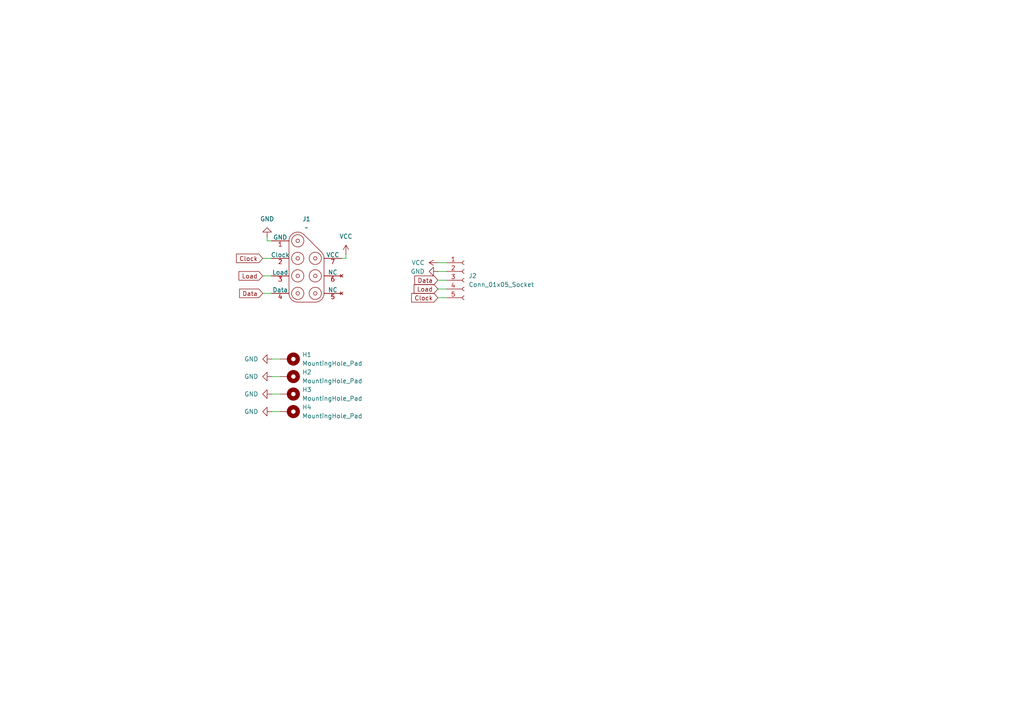
<source format=kicad_sch>
(kicad_sch (version 20231120) (generator "eeschema") (generator_version "8.0")
  (paper "A4")
  (lib_symbols
    (symbol "Connector:Conn_01x05_Socket" (pin_names (offset 1.016) hide)
      (property "Reference" "J" (at 0 7.62 0))
      (property "Value" "Conn_01x05_Socket" (at 0 -7.62 0))
      (symbol "Conn_01x05_Socket_1_1"
        (arc (start 0 -4.572) (mid -0.5058 -5.08) (end 0 -5.588) (stroke (width 0.1524)))
        (arc (start 0 -2.032) (mid -0.5058 -2.54) (end 0 -3.048) (stroke (width 0.1524)))
        (polyline (pts (xy -1.27 -5.08) (xy -0.508 -5.08)) (stroke (width 0.1524)))
        (polyline (pts (xy -1.27 -2.54) (xy -0.508 -2.54)) (stroke (width 0.1524)))
        (polyline (pts (xy -1.27 0) (xy -0.508 0)) (stroke (width 0.1524)))
        (polyline (pts (xy -1.27 2.54) (xy -0.508 2.54)) (stroke (width 0.1524)))
        (polyline (pts (xy -1.27 5.08) (xy -0.508 5.08)) (stroke (width 0.1524)))
        (arc (start 0 0.508) (mid -0.5058 0) (end 0 -0.508) (stroke (width 0.1524)))
        (arc (start 0 3.048) (mid -0.5058 2.54) (end 0 2.032) (stroke (width 0.1524)))
        (arc (start 0 5.588) (mid -0.5058 5.08) (end 0 4.572) (stroke (width 0.1524)))
        (pin passive line (at -5.08 5.08 0) (length 3.81) (name "Pin_1") (number "1"))
        (pin passive line (at -5.08 2.54 0) (length 3.81) (name "Pin_2") (number "2"))
        (pin passive line (at -5.08 0 0) (length 3.81) (name "Pin_3") (number "3"))
        (pin passive line (at -5.08 -2.54 0) (length 3.81) (name "Pin_4") (number "4"))
        (pin passive line (at -5.08 -5.08 0) (length 3.81) (name "Pin_5") (number "5"))
      )
    )
    (symbol "Mechanical:MountingHole_Pad" (pin_numbers hide) (pin_names (offset 1.016) hide) (exclude_from_sim yes) (in_bom no)
      (property "Reference" "H" (at 0 6.35 0))
      (property "Value" "MountingHole_Pad" (at 0 4.445 0))
      (symbol "MountingHole_Pad_0_1"
        (circle (center 0 1.27) (radius 1.27) (stroke (width 1.27)))
      )
      (symbol "MountingHole_Pad_1_1"
        (pin input line (at 0 -2.54 90) (length 2.54) (name "1") (number "1"))
      )
    )
    (symbol "NES_Controller_Port:NES_Controller_Port" (pin_names (offset 0))
      (property "Reference" "J" (at -3.302 10.922 0))
      (symbol "NES_Controller_Port_0_1"
        (arc (start -5.08 -7.62) (mid -4.3361 -9.4161) (end -2.54 -10.16))
        (circle (center -2.54 -7.62) (radius 0.508))
        (circle (center -2.54 -7.62) (radius 1.778))
        (circle (center -2.54 -2.54) (radius 0.508))
        (circle (center -2.54 -2.54) (radius 1.778))
        (circle (center -2.54 2.54) (radius 0.508))
        (circle (center -2.54 2.54) (radius 1.778))
        (circle (center -2.54 7.62) (radius 0.508))
        (circle (center -2.54 7.62) (radius 1.778))
        (arc (start -0.7536 9.423) (mid -3.5158 9.959) (end -5.08 7.62))
        (polyline (pts (xy -5.08 -7.62) (xy -5.08 7.62)))
        (polyline (pts (xy -2.54 -10.16) (xy 2.54 -10.16)))
        (polyline (pts (xy 4.3374 4.343) (xy -0.7536 9.423)))
        (polyline (pts (xy 5.08 -7.62) (xy 5.08 2.54)))
        (arc (start 2.54 -10.16) (mid 4.3361 -9.4161) (end 5.08 -7.62))
        (circle (center 2.54 -7.62) (radius 0.508))
        (circle (center 2.54 -7.62) (radius 1.778))
        (circle (center 2.54 -2.54) (radius 0.508))
        (circle (center 2.54 -2.54) (radius 1.778))
        (circle (center 2.54 2.54) (radius 0.508))
        (circle (center 2.54 2.54) (radius 1.778))
        (arc (start 5.08 2.54) (mid 4.8884 3.5156) (end 4.3374 4.343))
      )
      (symbol "NES_Controller_Port_1_1"
        (pin power_in line (at -10.16 7.62 0) (length 5.08) (name "GND") (number "1"))
        (pin output line (at -10.16 2.54 0) (length 5.08) (name "Clock") (number "2"))
        (pin output line (at -10.16 -2.54 0) (length 5.08) (name "Load") (number "3"))
        (pin input line (at -10.16 -7.62 0) (length 5.08) (name "Data") (number "4"))
        (pin no_connect line (at 10.16 -7.62 180) (length 5.08) (name "NC") (number "5"))
        (pin no_connect line (at 10.16 -2.54 180) (length 5.08) (name "NC") (number "6"))
        (pin power_in line (at 10.16 2.54 180) (length 5.08) (name "VCC") (number "7"))
      )
    )
    (symbol "power:GND" (power) (pin_numbers hide) (pin_names (offset 0) hide)
      (property "Value" "GND" (at 0 -3.81 0))
      (symbol "GND_0_1"
        (polyline (pts (xy 0 0) (xy 0 -1.27) (xy 1.27 -1.27) (xy 0 -2.54) (xy -1.27 -1.27) (xy 0 -1.27)))
      )
      (symbol "GND_1_1"
        (pin power_in line (at 0 0 270) (length 0) (name "~") (number "1"))
      )
    )
    (symbol "power:VCC" (power) (pin_numbers hide) (pin_names (offset 0) hide)
      (property "Value" "VCC" (at 0 3.556 0))
      (symbol "VCC_0_1"
        (polyline (pts (xy -0.762 1.27) (xy 0 2.54)))
        (polyline (pts (xy 0 0) (xy 0 2.54)))
        (polyline (pts (xy 0 2.54) (xy 0.762 1.27)))
      )
      (symbol "VCC_1_1"
        (pin power_in line (at 0 0 90) (length 0) (name "~") (number "1"))
      )
    )
  )
  (wire (pts (xy 127 83.82) (xy 129.54 83.82)))
  (wire (pts (xy 127 86.36) (xy 129.54 86.36)))
  (wire (pts (xy 78.74 69.85) (xy 77.47 69.85)))
  (wire (pts (xy 77.47 69.85) (xy 77.47 68.58)))
  (wire (pts (xy 78.74 109.22) (xy 81.28 109.22)))
  (wire (pts (xy 100.33 73.66) (xy 100.33 74.93)))
  (wire (pts (xy 76.2 85.09) (xy 78.74 85.09)))
  (wire (pts (xy 78.74 114.3) (xy 81.28 114.3)))
  (wire (pts (xy 127 78.74) (xy 129.54 78.74)))
  (wire (pts (xy 100.33 74.93) (xy 99.06 74.93)))
  (wire (pts (xy 78.74 104.14) (xy 81.28 104.14)))
  (wire (pts (xy 76.2 74.93) (xy 78.74 74.93)))
  (wire (pts (xy 127 81.28) (xy 129.54 81.28)))
  (wire (pts (xy 78.74 119.38) (xy 81.28 119.38)))
  (wire (pts (xy 76.2 80.01) (xy 78.74 80.01)))
  (wire (pts (xy 127 76.2) (xy 129.54 76.2)))
  (global_label "Clock" (shape input) (at 76.2 74.93 180) (property "Intersheetrefs" "${INTERSHEET_REFS}" (effects (hide yes))))
  (global_label "Data" (shape input) (at 127 81.28 180) (property "Intersheetrefs" "${INTERSHEET_REFS}" (effects (hide yes))))
  (global_label "Clock" (shape input) (at 127 86.36 180) (property "Intersheetrefs" "${INTERSHEET_REFS}" (effects (hide yes))))
  (global_label "Data" (shape input) (at 76.2 85.09 180) (property "Intersheetrefs" "${INTERSHEET_REFS}" (effects (hide yes))))
  (global_label "Load" (shape input) (at 76.2 80.01 180) (property "Intersheetrefs" "${INTERSHEET_REFS}" (effects (hide yes))))
  (global_label "Load" (shape input) (at 127 83.82 180) (property "Intersheetrefs" "${INTERSHEET_REFS}" (effects (hide yes))))
  (symbol (lib_id "power:GND") (at 78.74 114.3 270) (unit 1)
    (property "Reference" "#PWR07" (effects (hide yes)))
    (property "Value" "GND" (at 74.93 114.2999 90) (effects (justify right)))
    (property "Description" "Power symbol creates a global label with name \"GND\" , ground" (effects (hide yes)))
  )
  (symbol (lib_id "power:GND") (at 77.47 68.58 180) (unit 1)
    (property "Reference" "#PWR04" (effects (hide yes)))
    (property "Value" "GND" (at 77.47 63.5 0))
    (property "Description" "Power symbol creates a global label with name \"GND\" , ground" (effects (hide yes)))
  )
  (symbol (lib_id "Mechanical:MountingHole_Pad") (at 83.82 119.38 270) (unit 1) (exclude_from_sim yes) (in_bom no)
    (property "Reference" "H4" (at 87.63 118.1099 90) (effects (justify left)))
    (property "Value" "MountingHole_Pad" (at 87.63 120.6499 90) (effects (justify left)))
    (property "Footprint" "MountingHole:MountingHole_2.7mm_M2.5_Pad" (effects (hide yes)))
    (property "Description" "Mounting Hole with connection" (effects (hide yes)))
  )
  (symbol (lib_id "Connector:Conn_01x05_Socket") (at 134.62 81.28 0) (unit 1)
    (property "Reference" "J2" (at 135.89 80.0099 0) (effects (justify left)))
    (property "Value" "Conn_01x05_Socket" (at 135.89 82.5499 0) (effects (justify left)))
    (property "Footprint" "Connector_PinHeader_2.54mm:PinHeader_1x05_P2.54mm_Horizontal" (effects (hide yes)))
    (property "Description" "Generic connector, single row, 01x05, script generated" (effects (hide yes)))
  )
  (symbol (lib_id "power:GND") (at 78.74 104.14 270) (unit 1)
    (property "Reference" "#PWR05" (effects (hide yes)))
    (property "Value" "GND" (at 74.93 104.1399 90) (effects (justify right)))
    (property "Description" "Power symbol creates a global label with name \"GND\" , ground" (effects (hide yes)))
  )
  (symbol (lib_id "power:GND") (at 78.74 109.22 270) (unit 1)
    (property "Reference" "#PWR06" (effects (hide yes)))
    (property "Value" "GND" (at 74.93 109.2199 90) (effects (justify right)))
    (property "Description" "Power symbol creates a global label with name \"GND\" , ground" (effects (hide yes)))
  )
  (symbol (lib_id "power:GND") (at 78.74 119.38 270) (unit 1)
    (property "Reference" "#PWR08" (effects (hide yes)))
    (property "Value" "GND" (at 74.93 119.3799 90) (effects (justify right)))
    (property "Description" "Power symbol creates a global label with name \"GND\" , ground" (effects (hide yes)))
  )
  (symbol (lib_id "power:GND") (at 127 78.74 270) (unit 1)
    (property "Reference" "#PWR03" (effects (hide yes)))
    (property "Value" "GND" (at 123.19 78.7399 90) (effects (justify right)))
    (property "Description" "Power symbol creates a global label with name \"GND\" , ground" (effects (hide yes)))
  )
  (symbol (lib_id "Mechanical:MountingHole_Pad") (at 83.82 114.3 270) (unit 1) (exclude_from_sim yes) (in_bom no)
    (property "Reference" "H3" (at 87.63 113.0299 90) (effects (justify left)))
    (property "Value" "MountingHole_Pad" (at 87.63 115.5699 90) (effects (justify left)))
    (property "Footprint" "MountingHole:MountingHole_2.7mm_M2.5_Pad" (effects (hide yes)))
    (property "Description" "Mounting Hole with connection" (effects (hide yes)))
  )
  (symbol (lib_id "NES_Controller_Port:NES_Controller_Port") (at 88.9 77.47 0) (unit 1)
    (property "Reference" "J1" (at 88.9 63.5 0))
    (property "Value" "~" (at 88.9 66.04 0))
    (property "Footprint" "NES_Controller_Port:NES_Controller_Port" (effects (hide yes)))
    (property "Datasheet" "https://github.com/HBoyd255/nes-controller-port" (effects (hide yes)))
  )
  (symbol (lib_id "power:VCC") (at 100.33 73.66 0) (unit 1)
    (property "Reference" "#PWR01" (effects (hide yes)))
    (property "Value" "VCC" (at 100.33 68.58 0))
    (property "Description" "Power symbol creates a global label with name \"VCC\"" (effects (hide yes)))
  )
  (symbol (lib_id "Mechanical:MountingHole_Pad") (at 83.82 109.22 270) (unit 1) (exclude_from_sim yes) (in_bom no)
    (property "Reference" "H2" (at 87.63 107.9499 90) (effects (justify left)))
    (property "Value" "MountingHole_Pad" (at 87.63 110.4899 90) (effects (justify left)))
    (property "Footprint" "MountingHole:MountingHole_2.7mm_M2.5_Pad" (effects (hide yes)))
    (property "Description" "Mounting Hole with connection" (effects (hide yes)))
  )
  (symbol (lib_id "Mechanical:MountingHole_Pad") (at 83.82 104.14 270) (unit 1) (exclude_from_sim yes) (in_bom no)
    (property "Reference" "H1" (at 87.63 102.8699 90) (effects (justify left)))
    (property "Value" "MountingHole_Pad" (at 87.63 105.4099 90) (effects (justify left)))
    (property "Footprint" "MountingHole:MountingHole_2.7mm_M2.5_Pad" (effects (hide yes)))
    (property "Description" "Mounting Hole with connection" (effects (hide yes)))
  )
  (symbol (lib_id "power:VCC") (at 127 76.2 90) (unit 1)
    (property "Reference" "#PWR02" (effects (hide yes)))
    (property "Value" "VCC" (at 123.19 76.1999 90) (effects (justify left)))
    (property "Description" "Power symbol creates a global label with name \"VCC\"" (effects (hide yes)))
  )
)
</source>
